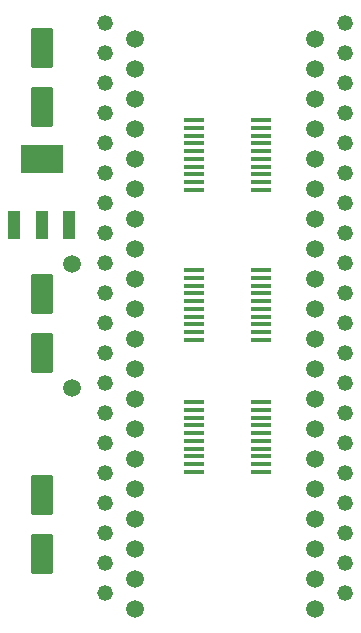
<source format=gts>
G04 #@! TF.GenerationSoftware,KiCad,Pcbnew,8.0.4*
G04 #@! TF.CreationDate,2024-09-05T13:45:58-03:00*
G04 #@! TF.ProjectId,MSX_Goauld_Rev4,4d53585f-476f-4617-956c-645f52657634,rev?*
G04 #@! TF.SameCoordinates,Original*
G04 #@! TF.FileFunction,Soldermask,Top*
G04 #@! TF.FilePolarity,Negative*
%FSLAX46Y46*%
G04 Gerber Fmt 4.6, Leading zero omitted, Abs format (unit mm)*
G04 Created by KiCad (PCBNEW 8.0.4) date 2024-09-05 13:45:58*
%MOMM*%
%LPD*%
G01*
G04 APERTURE LIST*
G04 Aperture macros list*
%AMRoundRect*
0 Rectangle with rounded corners*
0 $1 Rounding radius*
0 $2 $3 $4 $5 $6 $7 $8 $9 X,Y pos of 4 corners*
0 Add a 4 corners polygon primitive as box body*
4,1,4,$2,$3,$4,$5,$6,$7,$8,$9,$2,$3,0*
0 Add four circle primitives for the rounded corners*
1,1,$1+$1,$2,$3*
1,1,$1+$1,$4,$5*
1,1,$1+$1,$6,$7*
1,1,$1+$1,$8,$9*
0 Add four rect primitives between the rounded corners*
20,1,$1+$1,$2,$3,$4,$5,0*
20,1,$1+$1,$4,$5,$6,$7,0*
20,1,$1+$1,$6,$7,$8,$9,0*
20,1,$1+$1,$8,$9,$2,$3,0*%
G04 Aperture macros list end*
%ADD10RoundRect,0.102000X0.800000X-1.600000X0.800000X1.600000X-0.800000X1.600000X-0.800000X-1.600000X0*%
%ADD11R,0.980000X2.470000*%
%ADD12R,3.600000X2.470000*%
%ADD13C,1.320800*%
%ADD14O,1.740000X0.360000*%
%ADD15RoundRect,0.102000X-0.800000X1.600000X-0.800000X-1.600000X0.800000X-1.600000X0.800000X1.600000X0*%
%ADD16C,1.500000*%
G04 APERTURE END LIST*
D10*
X152400000Y-83058000D03*
X152400000Y-78058000D03*
D11*
X150100000Y-93080000D03*
X152400000Y-93080000D03*
X154700000Y-93080000D03*
D12*
X152400000Y-87420000D03*
D13*
X178059000Y-124206000D03*
X178059000Y-121666000D03*
X178059000Y-119126000D03*
X178059000Y-116586000D03*
X178059000Y-114046000D03*
X178059000Y-111506000D03*
X178059000Y-108966000D03*
X178059000Y-106426000D03*
X178059000Y-103886000D03*
X178059000Y-101346000D03*
X178059000Y-98806000D03*
X178059000Y-96266000D03*
X178059000Y-93726000D03*
X178059000Y-91186000D03*
X178059000Y-88646000D03*
X178059000Y-86106000D03*
X178059000Y-83566000D03*
X178059000Y-81026000D03*
X178059000Y-78486000D03*
X178059000Y-75946000D03*
X157739000Y-75946000D03*
X157739000Y-78486000D03*
X157739000Y-81026000D03*
X157739000Y-83566000D03*
X157739000Y-86106000D03*
X157739000Y-88646000D03*
X157739000Y-91186000D03*
X157739000Y-93726000D03*
X157739000Y-96266000D03*
X157739000Y-98806000D03*
X157739000Y-101346000D03*
X157739000Y-103886000D03*
X157739000Y-106426000D03*
X157739000Y-108966000D03*
X157739000Y-111506000D03*
X157739000Y-114046000D03*
X157739000Y-116586000D03*
X157739000Y-119126000D03*
X157739000Y-121666000D03*
X157739000Y-124206000D03*
D14*
X165278000Y-108068000D03*
X165278000Y-108718000D03*
X165278000Y-109368000D03*
X165278000Y-110018000D03*
X165278000Y-110678000D03*
X165278000Y-111328000D03*
X165278000Y-111978000D03*
X165278000Y-112628000D03*
X165278000Y-113278000D03*
X165278000Y-113928000D03*
X171018000Y-113928000D03*
X171018000Y-113278000D03*
X171018000Y-112628000D03*
X171018000Y-111978000D03*
X171018000Y-111328000D03*
X171018000Y-110678000D03*
X171018000Y-110018000D03*
X171018000Y-109368000D03*
X171018000Y-108718000D03*
X171018000Y-108068000D03*
X171018000Y-102752000D03*
X171018000Y-102102000D03*
X171018000Y-101452000D03*
X171018000Y-100802000D03*
X171018000Y-100142000D03*
X171018000Y-99492000D03*
X171018000Y-98842000D03*
X171018000Y-98192000D03*
X171018000Y-97542000D03*
X171018000Y-96892000D03*
X165278000Y-96892000D03*
X165278000Y-97542000D03*
X165278000Y-98192000D03*
X165278000Y-98842000D03*
X165278000Y-99492000D03*
X165278000Y-100142000D03*
X165278000Y-100802000D03*
X165278000Y-101452000D03*
X165278000Y-102102000D03*
X165278000Y-102752000D03*
D15*
X152400000Y-115864000D03*
X152400000Y-120864000D03*
X152400000Y-98886000D03*
X152400000Y-103886000D03*
D16*
X160274000Y-77302900D03*
X160274000Y-79842900D03*
X160274000Y-82382900D03*
X160274000Y-84922900D03*
X160274000Y-87462900D03*
X160274000Y-90002900D03*
X160274000Y-92542900D03*
X160274000Y-95082900D03*
X160274000Y-97622900D03*
X160274000Y-100162900D03*
X160274000Y-102702900D03*
X160274000Y-105242900D03*
X160274000Y-107782900D03*
X160274000Y-110322900D03*
X160274000Y-112862900D03*
X160274000Y-115402900D03*
X160274000Y-117942900D03*
X160274000Y-120482900D03*
X160274000Y-123022900D03*
X160274000Y-125562900D03*
X175514000Y-125562900D03*
X175514000Y-123022900D03*
X175514000Y-120482900D03*
X175514000Y-117942900D03*
X175514000Y-115402900D03*
X175514000Y-112862900D03*
X175514000Y-110322900D03*
X175514000Y-107782900D03*
X175514000Y-105242900D03*
X175514000Y-102702900D03*
X175514000Y-100162900D03*
X175514000Y-97622900D03*
X175514000Y-95082900D03*
X175514000Y-92542900D03*
X175514000Y-90002900D03*
X175514000Y-87462900D03*
X175514000Y-84922900D03*
X175514000Y-82382900D03*
X175514000Y-79842900D03*
X175514000Y-77302900D03*
D14*
X165278000Y-84192000D03*
X165278000Y-84842000D03*
X165278000Y-85492000D03*
X165278000Y-86142000D03*
X165278000Y-86802000D03*
X165278000Y-87452000D03*
X165278000Y-88102000D03*
X165278000Y-88752000D03*
X165278000Y-89402000D03*
X165278000Y-90052000D03*
X171018000Y-90052000D03*
X171018000Y-89402000D03*
X171018000Y-88752000D03*
X171018000Y-88102000D03*
X171018000Y-87452000D03*
X171018000Y-86802000D03*
X171018000Y-86142000D03*
X171018000Y-85492000D03*
X171018000Y-84842000D03*
X171018000Y-84192000D03*
D16*
X154990800Y-106821600D03*
X154990800Y-96306000D03*
M02*

</source>
